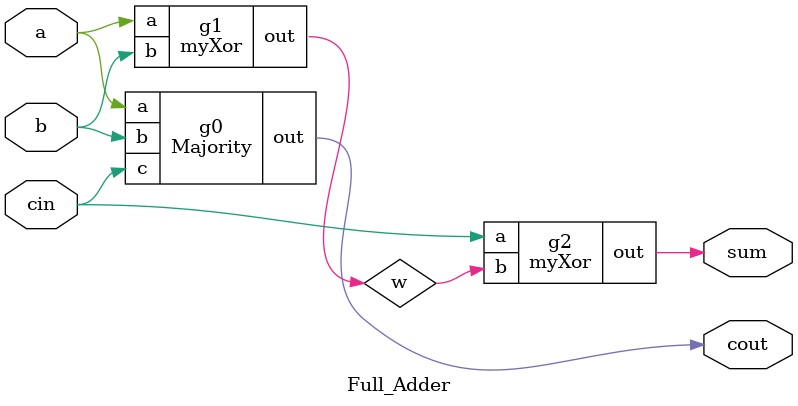
<source format=v>
`timescale 1ns/1ps

module myNot(out, a);
input a;
output out;

nand (out, a, a);

endmodule

//-----------------
module myAnd (out, a, b);
input a, b;
output out;

wire w1;

nand (w1, a, b);
myNot g0(out, w1);

endmodule

//-----------------
module myOr (out, a, b);
input a, b;
output out;

wire w1, w2;

myNot g0(w1, a);
myNot g1(w2, b);
nand (out, w1, w2);

endmodule

//-----------------
module myNor(out, a, b);
input a, b;
output out;

wire w1;
myOr g0(w1, a, b);
myNot g1(out, w1);

endmodule

//-----------------
module myXor(out, a, b);
input a, b;
output out;

wire na, nb, w1, w2;

myNot g0(na, a);
myNot g1(nb, b);
myAnd g2(w1, a, nb);
myAnd g3(w2, na, b);
myOr g4(out, w1, w2);

endmodule

//-----------------
module myXnor(out, a, b);
input a, b;
output out;

wire w1;

myXor g0(w1, a, b);
myNot g1(out, w1);
endmodule

//-----------------
module Half_Adder(a, b, cout, sum);

input a, b;

output cout, sum;

wire w1, w2;
myAnd g0(cout, a, b);
myXor g1(sum, a, b);

endmodule

module Majority(a, b, c, out);

input a, b, c;
output out;

wire w1, w2, w3, w4, w5;

myAnd g0(w1, a, b);
myAnd g1(w2, a, c);
myAnd g2(w3, b, c);
myOr g3(w4, w1, w2);
myOr g4(out, w4, w3);

endmodule


//-----------------
module Full_Adder (a, b, cin, cout, sum);

input a, b, cin;
output cout, sum;

wire w;

Majority g0(a, b, cin, cout);

myXor g1(w, a, b);
myXor g2(sum, cin, w);

endmodule





</source>
